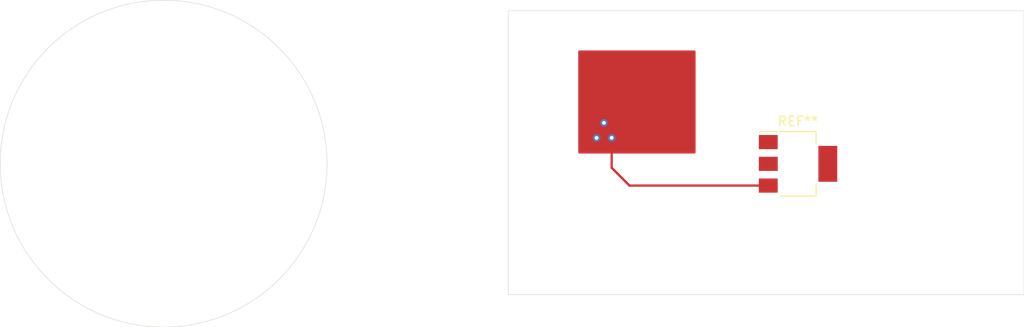
<source format=kicad_pcb>
(kicad_pcb (version 20171130) (host pcbnew "(5.1.4)-1")

  (general
    (thickness 1.6)
    (drawings 5)
    (tracks 6)
    (zones 0)
    (modules 1)
    (nets 1)
  )

  (page A4)
  (layers
    (0 F.Cu signal)
    (31 B.Cu signal)
    (32 B.Adhes user)
    (33 F.Adhes user)
    (34 B.Paste user)
    (35 F.Paste user)
    (36 B.SilkS user)
    (37 F.SilkS user)
    (38 B.Mask user)
    (39 F.Mask user)
    (40 Dwgs.User user)
    (41 Cmts.User user)
    (42 Eco1.User user)
    (43 Eco2.User user)
    (44 Edge.Cuts user)
    (45 Margin user)
    (46 B.CrtYd user)
    (47 F.CrtYd user)
    (48 B.Fab user)
    (49 F.Fab user)
  )

  (setup
    (last_trace_width 0.25)
    (trace_clearance 0.2)
    (zone_clearance 0.508)
    (zone_45_only no)
    (trace_min 0.2)
    (via_size 0.8)
    (via_drill 0.4)
    (via_min_size 0.4)
    (via_min_drill 0.3)
    (uvia_size 0.3)
    (uvia_drill 0.1)
    (uvias_allowed no)
    (uvia_min_size 0.2)
    (uvia_min_drill 0.1)
    (edge_width 0.05)
    (segment_width 0.2)
    (pcb_text_width 0.3)
    (pcb_text_size 1.5 1.5)
    (mod_edge_width 0.12)
    (mod_text_size 1 1)
    (mod_text_width 0.15)
    (pad_size 1.524 1.524)
    (pad_drill 0.762)
    (pad_to_mask_clearance 0.051)
    (solder_mask_min_width 0.25)
    (aux_axis_origin 0 0)
    (visible_elements 7FFFFFFF)
    (pcbplotparams
      (layerselection 0x010fc_ffffffff)
      (usegerberextensions false)
      (usegerberattributes false)
      (usegerberadvancedattributes false)
      (creategerberjobfile false)
      (excludeedgelayer true)
      (linewidth 0.100000)
      (plotframeref false)
      (viasonmask false)
      (mode 1)
      (useauxorigin false)
      (hpglpennumber 1)
      (hpglpenspeed 20)
      (hpglpendiameter 15.000000)
      (psnegative false)
      (psa4output false)
      (plotreference true)
      (plotvalue true)
      (plotinvisibletext false)
      (padsonsilk false)
      (subtractmaskfromsilk false)
      (outputformat 1)
      (mirror false)
      (drillshape 1)
      (scaleselection 1)
      (outputdirectory ""))
  )

  (net 0 "")

  (net_class Default "This is the default net class."
    (clearance 0.2)
    (trace_width 0.25)
    (via_dia 0.8)
    (via_drill 0.4)
    (uvia_dia 0.3)
    (uvia_drill 0.1)
  )

  (module Package_TO_SOT_SMD:SOT-223 (layer F.Cu) (tedit 5A02FF57) (tstamp 65C43C67)
    (at 151 71.41)
    (descr "module CMS SOT223 4 pins")
    (tags "CMS SOT")
    (attr smd)
    (fp_text reference REF** (at 0 -4.5) (layer F.SilkS)
      (effects (font (size 1 1) (thickness 0.15)))
    )
    (fp_text value SOT-223 (at 0 4.5) (layer F.Fab)
      (effects (font (size 1 1) (thickness 0.15)))
    )
    (fp_line (start 1.85 -3.35) (end 1.85 3.35) (layer F.Fab) (width 0.1))
    (fp_line (start -1.85 3.35) (end 1.85 3.35) (layer F.Fab) (width 0.1))
    (fp_line (start -4.1 -3.41) (end 1.91 -3.41) (layer F.SilkS) (width 0.12))
    (fp_line (start -0.8 -3.35) (end 1.85 -3.35) (layer F.Fab) (width 0.1))
    (fp_line (start -1.85 3.41) (end 1.91 3.41) (layer F.SilkS) (width 0.12))
    (fp_line (start -1.85 -2.3) (end -1.85 3.35) (layer F.Fab) (width 0.1))
    (fp_line (start -4.4 -3.6) (end -4.4 3.6) (layer F.CrtYd) (width 0.05))
    (fp_line (start -4.4 3.6) (end 4.4 3.6) (layer F.CrtYd) (width 0.05))
    (fp_line (start 4.4 3.6) (end 4.4 -3.6) (layer F.CrtYd) (width 0.05))
    (fp_line (start 4.4 -3.6) (end -4.4 -3.6) (layer F.CrtYd) (width 0.05))
    (fp_line (start 1.91 -3.41) (end 1.91 -2.15) (layer F.SilkS) (width 0.12))
    (fp_line (start 1.91 3.41) (end 1.91 2.15) (layer F.SilkS) (width 0.12))
    (fp_line (start -1.85 -2.3) (end -0.8 -3.35) (layer F.Fab) (width 0.1))
    (fp_text user %R (at 0 0 90) (layer F.Fab)
      (effects (font (size 0.8 0.8) (thickness 0.12)))
    )
    (pad 1 smd rect (at -3.15 -2.3) (size 2 1.5) (layers F.Cu F.Paste F.Mask))
    (pad 3 smd rect (at -3.15 2.3) (size 2 1.5) (layers F.Cu F.Paste F.Mask))
    (pad 2 smd rect (at -3.15 0) (size 2 1.5) (layers F.Cu F.Paste F.Mask))
    (pad 4 smd rect (at 3.15 0) (size 2 3.8) (layers F.Cu F.Paste F.Mask))
    (model ${KISYS3DMOD}/Package_TO_SOT_SMD.3dshapes/SOT-223.wrl
      (at (xyz 0 0 0))
      (scale (xyz 1 1 1))
      (rotate (xyz 0 0 0))
    )
  )

  (gr_line (start 120.33 55.21) (end 120.33 85.26) (layer Edge.Cuts) (width 0.05) (tstamp 65C3E5CD))
  (gr_line (start 174.91 55.21) (end 120.33 55.21) (layer Edge.Cuts) (width 0.05))
  (gr_line (start 174.91 85.26) (end 174.91 55.21) (layer Edge.Cuts) (width 0.05))
  (gr_line (start 120.33 85.26) (end 174.91 85.26) (layer Edge.Cuts) (width 0.05))
  (gr_circle (center 83.87 71.39) (end 101.15 70.77) (layer Edge.Cuts) (width 0.05))

  (via (at 131.28 68.66) (size 0.8) (drill 0.4) (layers F.Cu B.Cu) (net 0))
  (via (at 130.46 67.07) (size 0.8) (drill 0.4) (layers F.Cu B.Cu) (net 0))
  (segment (start 131.28 68.66) (end 131.28 71.83) (width 0.25) (layer F.Cu) (net 0))
  (segment (start 133.16 73.71) (end 147.85 73.71) (width 0.25) (layer F.Cu) (net 0))
  (segment (start 131.28 71.83) (end 133.16 73.71) (width 0.25) (layer F.Cu) (net 0))
  (via (at 129.68 68.67) (size 0.8) (drill 0.4) (layers F.Cu B.Cu) (net 0))

  (zone (net 0) (net_name "") (layer F.Cu) (tstamp 0) (hatch edge 0.508)
    (connect_pads (clearance 0.508))
    (min_thickness 0.254)
    (fill yes (arc_segments 32) (thermal_gap 0.508) (thermal_bridge_width 0.508))
    (polygon
      (pts
        (xy 127.74 70.32) (xy 140.16 70.32) (xy 140.16 59.41) (xy 127.74 59.41) (xy 127.74 60.83)
      )
    )
    (filled_polygon
      (pts
        (xy 140.033 70.193) (xy 127.867 70.193) (xy 127.867 59.537) (xy 140.033 59.537)
      )
    )
  )
  (zone (net 0) (net_name "") (layer F.Cu) (tstamp 0) (hatch edge 0.508)
    (connect_pads (clearance 0.508))
    (min_thickness 0.254)
    (keepout (tracks not_allowed) (vias not_allowed) (copperpour allowed))
    (fill (arc_segments 32) (thermal_gap 0.508) (thermal_bridge_width 0.508))
    (polygon
      (pts
        (xy 130.99 77.17) (xy 130.99 78.9) (xy 132.72 78.9) (xy 132.72 77.17)
      )
    )
  )
)

</source>
